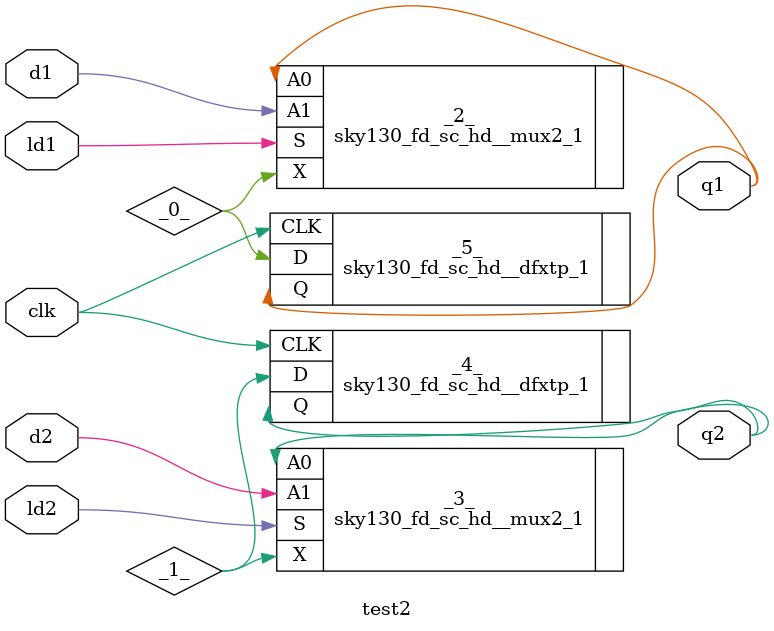
<source format=v>
/* Generated by Yosys 0.9 (git sha1 1979e0b) */

module test2(d1, d2, clk, ld1, ld2, q1, q2);
  wire _0_;
  wire _1_;
  input clk;
  input d1;
  input d2;
  input ld1;
  input ld2;
  output q1;
  output q2;
  sky130_fd_sc_hd__mux2_1 _2_ (
    .A0(q1),
    .A1(d1),
    .S(ld1),
    .X(_0_)
  );
  sky130_fd_sc_hd__mux2_1 _3_ (
    .A0(q2),
    .A1(d2),
    .S(ld2),
    .X(_1_)
  );
  sky130_fd_sc_hd__dfxtp_1 _4_ (
    .CLK(clk),
    .D(_1_),
    .Q(q2)
  );
  sky130_fd_sc_hd__dfxtp_1 _5_ (
    .CLK(clk),
    .D(_0_),
    .Q(q1)
  );
endmodule

</source>
